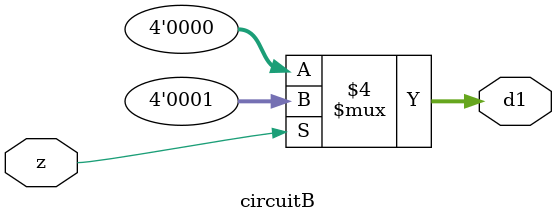
<source format=v>
module circuitB (z, d1);
    input z;
	output reg[3:0] d1; 
	
	always @(z)
	begin
	  if (z == 1'b1)
		d1 = 0001;
	  else
		d1 = 0000;
	end
endmodule
</source>
